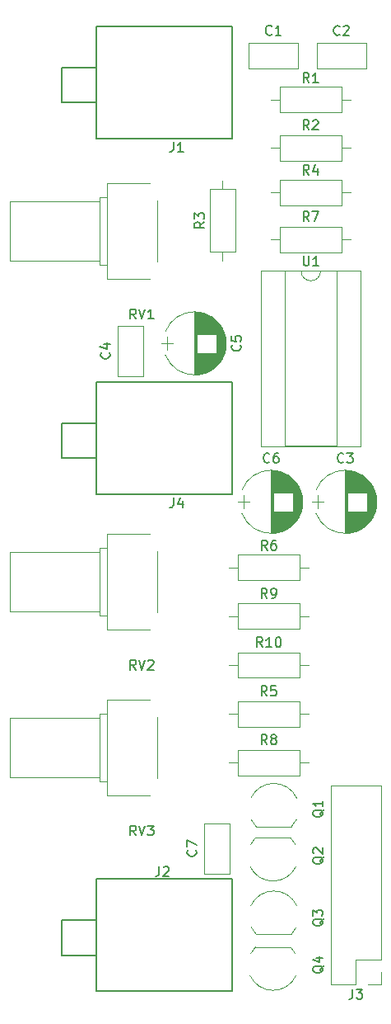
<source format=gbr>
G04 #@! TF.GenerationSoftware,KiCad,Pcbnew,9.0.0*
G04 #@! TF.CreationDate,2025-02-23T16:05:49-07:00*
G04 #@! TF.ProjectId,Notch_Filter_THT,4e6f7463-685f-4466-996c-7465725f5448,rev?*
G04 #@! TF.SameCoordinates,Original*
G04 #@! TF.FileFunction,Legend,Top*
G04 #@! TF.FilePolarity,Positive*
%FSLAX46Y46*%
G04 Gerber Fmt 4.6, Leading zero omitted, Abs format (unit mm)*
G04 Created by KiCad (PCBNEW 9.0.0) date 2025-02-23 16:05:49*
%MOMM*%
%LPD*%
G01*
G04 APERTURE LIST*
%ADD10C,0.150000*%
%ADD11C,0.120000*%
G04 APERTURE END LIST*
D10*
X7985166Y-12368319D02*
X7985166Y-13082604D01*
X7985166Y-13082604D02*
X7937547Y-13225461D01*
X7937547Y-13225461D02*
X7842309Y-13320700D01*
X7842309Y-13320700D02*
X7699452Y-13368319D01*
X7699452Y-13368319D02*
X7604214Y-13368319D01*
X8985166Y-13368319D02*
X8413738Y-13368319D01*
X8699452Y-13368319D02*
X8699452Y-12368319D01*
X8699452Y-12368319D02*
X8604214Y-12511176D01*
X8604214Y-12511176D02*
X8508976Y-12606414D01*
X8508976Y-12606414D02*
X8413738Y-12654033D01*
X6504346Y-86698739D02*
X6504346Y-87413024D01*
X6504346Y-87413024D02*
X6456727Y-87555881D01*
X6456727Y-87555881D02*
X6361489Y-87651120D01*
X6361489Y-87651120D02*
X6218632Y-87698739D01*
X6218632Y-87698739D02*
X6123394Y-87698739D01*
X6932918Y-86793977D02*
X6980537Y-86746358D01*
X6980537Y-86746358D02*
X7075775Y-86698739D01*
X7075775Y-86698739D02*
X7313870Y-86698739D01*
X7313870Y-86698739D02*
X7409108Y-86746358D01*
X7409108Y-86746358D02*
X7456727Y-86793977D01*
X7456727Y-86793977D02*
X7504346Y-86889215D01*
X7504346Y-86889215D02*
X7504346Y-86984453D01*
X7504346Y-86984453D02*
X7456727Y-87127310D01*
X7456727Y-87127310D02*
X6885299Y-87698739D01*
X6885299Y-87698739D02*
X7504346Y-87698739D01*
X26396666Y-99284819D02*
X26396666Y-99999104D01*
X26396666Y-99999104D02*
X26349047Y-100141961D01*
X26349047Y-100141961D02*
X26253809Y-100237200D01*
X26253809Y-100237200D02*
X26110952Y-100284819D01*
X26110952Y-100284819D02*
X26015714Y-100284819D01*
X26777619Y-99284819D02*
X27396666Y-99284819D01*
X27396666Y-99284819D02*
X27063333Y-99665771D01*
X27063333Y-99665771D02*
X27206190Y-99665771D01*
X27206190Y-99665771D02*
X27301428Y-99713390D01*
X27301428Y-99713390D02*
X27349047Y-99761009D01*
X27349047Y-99761009D02*
X27396666Y-99856247D01*
X27396666Y-99856247D02*
X27396666Y-100094342D01*
X27396666Y-100094342D02*
X27349047Y-100189580D01*
X27349047Y-100189580D02*
X27301428Y-100237200D01*
X27301428Y-100237200D02*
X27206190Y-100284819D01*
X27206190Y-100284819D02*
X26920476Y-100284819D01*
X26920476Y-100284819D02*
X26825238Y-100237200D01*
X26825238Y-100237200D02*
X26777619Y-100189580D01*
X7985166Y-48868319D02*
X7985166Y-49582604D01*
X7985166Y-49582604D02*
X7937547Y-49725461D01*
X7937547Y-49725461D02*
X7842309Y-49820700D01*
X7842309Y-49820700D02*
X7699452Y-49868319D01*
X7699452Y-49868319D02*
X7604214Y-49868319D01*
X8889928Y-49201652D02*
X8889928Y-49868319D01*
X8651833Y-48820700D02*
X8413738Y-49534985D01*
X8413738Y-49534985D02*
X9032785Y-49534985D01*
X23410057Y-80867238D02*
X23362438Y-80962476D01*
X23362438Y-80962476D02*
X23267200Y-81057714D01*
X23267200Y-81057714D02*
X23124342Y-81200571D01*
X23124342Y-81200571D02*
X23076723Y-81295809D01*
X23076723Y-81295809D02*
X23076723Y-81391047D01*
X23314819Y-81343428D02*
X23267200Y-81438666D01*
X23267200Y-81438666D02*
X23171961Y-81533904D01*
X23171961Y-81533904D02*
X22981485Y-81581523D01*
X22981485Y-81581523D02*
X22648152Y-81581523D01*
X22648152Y-81581523D02*
X22457676Y-81533904D01*
X22457676Y-81533904D02*
X22362438Y-81438666D01*
X22362438Y-81438666D02*
X22314819Y-81343428D01*
X22314819Y-81343428D02*
X22314819Y-81152952D01*
X22314819Y-81152952D02*
X22362438Y-81057714D01*
X22362438Y-81057714D02*
X22457676Y-80962476D01*
X22457676Y-80962476D02*
X22648152Y-80914857D01*
X22648152Y-80914857D02*
X22981485Y-80914857D01*
X22981485Y-80914857D02*
X23171961Y-80962476D01*
X23171961Y-80962476D02*
X23267200Y-81057714D01*
X23267200Y-81057714D02*
X23314819Y-81152952D01*
X23314819Y-81152952D02*
X23314819Y-81343428D01*
X23314819Y-79962476D02*
X23314819Y-80533904D01*
X23314819Y-80248190D02*
X22314819Y-80248190D01*
X22314819Y-80248190D02*
X22457676Y-80343428D01*
X22457676Y-80343428D02*
X22552914Y-80438666D01*
X22552914Y-80438666D02*
X22600533Y-80533904D01*
X23410057Y-85687238D02*
X23362438Y-85782476D01*
X23362438Y-85782476D02*
X23267200Y-85877714D01*
X23267200Y-85877714D02*
X23124342Y-86020571D01*
X23124342Y-86020571D02*
X23076723Y-86115809D01*
X23076723Y-86115809D02*
X23076723Y-86211047D01*
X23314819Y-86163428D02*
X23267200Y-86258666D01*
X23267200Y-86258666D02*
X23171961Y-86353904D01*
X23171961Y-86353904D02*
X22981485Y-86401523D01*
X22981485Y-86401523D02*
X22648152Y-86401523D01*
X22648152Y-86401523D02*
X22457676Y-86353904D01*
X22457676Y-86353904D02*
X22362438Y-86258666D01*
X22362438Y-86258666D02*
X22314819Y-86163428D01*
X22314819Y-86163428D02*
X22314819Y-85972952D01*
X22314819Y-85972952D02*
X22362438Y-85877714D01*
X22362438Y-85877714D02*
X22457676Y-85782476D01*
X22457676Y-85782476D02*
X22648152Y-85734857D01*
X22648152Y-85734857D02*
X22981485Y-85734857D01*
X22981485Y-85734857D02*
X23171961Y-85782476D01*
X23171961Y-85782476D02*
X23267200Y-85877714D01*
X23267200Y-85877714D02*
X23314819Y-85972952D01*
X23314819Y-85972952D02*
X23314819Y-86163428D01*
X22410057Y-85353904D02*
X22362438Y-85306285D01*
X22362438Y-85306285D02*
X22314819Y-85211047D01*
X22314819Y-85211047D02*
X22314819Y-84972952D01*
X22314819Y-84972952D02*
X22362438Y-84877714D01*
X22362438Y-84877714D02*
X22410057Y-84830095D01*
X22410057Y-84830095D02*
X22505295Y-84782476D01*
X22505295Y-84782476D02*
X22600533Y-84782476D01*
X22600533Y-84782476D02*
X22743390Y-84830095D01*
X22743390Y-84830095D02*
X23314819Y-85401523D01*
X23314819Y-85401523D02*
X23314819Y-84782476D01*
X23410057Y-92043238D02*
X23362438Y-92138476D01*
X23362438Y-92138476D02*
X23267200Y-92233714D01*
X23267200Y-92233714D02*
X23124342Y-92376571D01*
X23124342Y-92376571D02*
X23076723Y-92471809D01*
X23076723Y-92471809D02*
X23076723Y-92567047D01*
X23314819Y-92519428D02*
X23267200Y-92614666D01*
X23267200Y-92614666D02*
X23171961Y-92709904D01*
X23171961Y-92709904D02*
X22981485Y-92757523D01*
X22981485Y-92757523D02*
X22648152Y-92757523D01*
X22648152Y-92757523D02*
X22457676Y-92709904D01*
X22457676Y-92709904D02*
X22362438Y-92614666D01*
X22362438Y-92614666D02*
X22314819Y-92519428D01*
X22314819Y-92519428D02*
X22314819Y-92328952D01*
X22314819Y-92328952D02*
X22362438Y-92233714D01*
X22362438Y-92233714D02*
X22457676Y-92138476D01*
X22457676Y-92138476D02*
X22648152Y-92090857D01*
X22648152Y-92090857D02*
X22981485Y-92090857D01*
X22981485Y-92090857D02*
X23171961Y-92138476D01*
X23171961Y-92138476D02*
X23267200Y-92233714D01*
X23267200Y-92233714D02*
X23314819Y-92328952D01*
X23314819Y-92328952D02*
X23314819Y-92519428D01*
X22314819Y-91757523D02*
X22314819Y-91138476D01*
X22314819Y-91138476D02*
X22695771Y-91471809D01*
X22695771Y-91471809D02*
X22695771Y-91328952D01*
X22695771Y-91328952D02*
X22743390Y-91233714D01*
X22743390Y-91233714D02*
X22791009Y-91186095D01*
X22791009Y-91186095D02*
X22886247Y-91138476D01*
X22886247Y-91138476D02*
X23124342Y-91138476D01*
X23124342Y-91138476D02*
X23219580Y-91186095D01*
X23219580Y-91186095D02*
X23267200Y-91233714D01*
X23267200Y-91233714D02*
X23314819Y-91328952D01*
X23314819Y-91328952D02*
X23314819Y-91614666D01*
X23314819Y-91614666D02*
X23267200Y-91709904D01*
X23267200Y-91709904D02*
X23219580Y-91757523D01*
X23410057Y-96869238D02*
X23362438Y-96964476D01*
X23362438Y-96964476D02*
X23267200Y-97059714D01*
X23267200Y-97059714D02*
X23124342Y-97202571D01*
X23124342Y-97202571D02*
X23076723Y-97297809D01*
X23076723Y-97297809D02*
X23076723Y-97393047D01*
X23314819Y-97345428D02*
X23267200Y-97440666D01*
X23267200Y-97440666D02*
X23171961Y-97535904D01*
X23171961Y-97535904D02*
X22981485Y-97583523D01*
X22981485Y-97583523D02*
X22648152Y-97583523D01*
X22648152Y-97583523D02*
X22457676Y-97535904D01*
X22457676Y-97535904D02*
X22362438Y-97440666D01*
X22362438Y-97440666D02*
X22314819Y-97345428D01*
X22314819Y-97345428D02*
X22314819Y-97154952D01*
X22314819Y-97154952D02*
X22362438Y-97059714D01*
X22362438Y-97059714D02*
X22457676Y-96964476D01*
X22457676Y-96964476D02*
X22648152Y-96916857D01*
X22648152Y-96916857D02*
X22981485Y-96916857D01*
X22981485Y-96916857D02*
X23171961Y-96964476D01*
X23171961Y-96964476D02*
X23267200Y-97059714D01*
X23267200Y-97059714D02*
X23314819Y-97154952D01*
X23314819Y-97154952D02*
X23314819Y-97345428D01*
X22648152Y-96059714D02*
X23314819Y-96059714D01*
X22267200Y-96297809D02*
X22981485Y-96535904D01*
X22981485Y-96535904D02*
X22981485Y-95916857D01*
X18078573Y-1296720D02*
X18030954Y-1344340D01*
X18030954Y-1344340D02*
X17888097Y-1391959D01*
X17888097Y-1391959D02*
X17792859Y-1391959D01*
X17792859Y-1391959D02*
X17650002Y-1344340D01*
X17650002Y-1344340D02*
X17554764Y-1249101D01*
X17554764Y-1249101D02*
X17507145Y-1153863D01*
X17507145Y-1153863D02*
X17459526Y-963387D01*
X17459526Y-963387D02*
X17459526Y-820530D01*
X17459526Y-820530D02*
X17507145Y-630054D01*
X17507145Y-630054D02*
X17554764Y-534816D01*
X17554764Y-534816D02*
X17650002Y-439578D01*
X17650002Y-439578D02*
X17792859Y-391959D01*
X17792859Y-391959D02*
X17888097Y-391959D01*
X17888097Y-391959D02*
X18030954Y-439578D01*
X18030954Y-439578D02*
X18078573Y-487197D01*
X19030954Y-1391959D02*
X18459526Y-1391959D01*
X18745240Y-1391959D02*
X18745240Y-391959D01*
X18745240Y-391959D02*
X18650002Y-534816D01*
X18650002Y-534816D02*
X18554764Y-630054D01*
X18554764Y-630054D02*
X18459526Y-677673D01*
X25063333Y-1319580D02*
X25015714Y-1367200D01*
X25015714Y-1367200D02*
X24872857Y-1414819D01*
X24872857Y-1414819D02*
X24777619Y-1414819D01*
X24777619Y-1414819D02*
X24634762Y-1367200D01*
X24634762Y-1367200D02*
X24539524Y-1271961D01*
X24539524Y-1271961D02*
X24491905Y-1176723D01*
X24491905Y-1176723D02*
X24444286Y-986247D01*
X24444286Y-986247D02*
X24444286Y-843390D01*
X24444286Y-843390D02*
X24491905Y-652914D01*
X24491905Y-652914D02*
X24539524Y-557676D01*
X24539524Y-557676D02*
X24634762Y-462438D01*
X24634762Y-462438D02*
X24777619Y-414819D01*
X24777619Y-414819D02*
X24872857Y-414819D01*
X24872857Y-414819D02*
X25015714Y-462438D01*
X25015714Y-462438D02*
X25063333Y-510057D01*
X25444286Y-510057D02*
X25491905Y-462438D01*
X25491905Y-462438D02*
X25587143Y-414819D01*
X25587143Y-414819D02*
X25825238Y-414819D01*
X25825238Y-414819D02*
X25920476Y-462438D01*
X25920476Y-462438D02*
X25968095Y-510057D01*
X25968095Y-510057D02*
X26015714Y-605295D01*
X26015714Y-605295D02*
X26015714Y-700533D01*
X26015714Y-700533D02*
X25968095Y-843390D01*
X25968095Y-843390D02*
X25396667Y-1414819D01*
X25396667Y-1414819D02*
X26015714Y-1414819D01*
X25467333Y-45175580D02*
X25419714Y-45223200D01*
X25419714Y-45223200D02*
X25276857Y-45270819D01*
X25276857Y-45270819D02*
X25181619Y-45270819D01*
X25181619Y-45270819D02*
X25038762Y-45223200D01*
X25038762Y-45223200D02*
X24943524Y-45127961D01*
X24943524Y-45127961D02*
X24895905Y-45032723D01*
X24895905Y-45032723D02*
X24848286Y-44842247D01*
X24848286Y-44842247D02*
X24848286Y-44699390D01*
X24848286Y-44699390D02*
X24895905Y-44508914D01*
X24895905Y-44508914D02*
X24943524Y-44413676D01*
X24943524Y-44413676D02*
X25038762Y-44318438D01*
X25038762Y-44318438D02*
X25181619Y-44270819D01*
X25181619Y-44270819D02*
X25276857Y-44270819D01*
X25276857Y-44270819D02*
X25419714Y-44318438D01*
X25419714Y-44318438D02*
X25467333Y-44366057D01*
X25800667Y-44270819D02*
X26419714Y-44270819D01*
X26419714Y-44270819D02*
X26086381Y-44651771D01*
X26086381Y-44651771D02*
X26229238Y-44651771D01*
X26229238Y-44651771D02*
X26324476Y-44699390D01*
X26324476Y-44699390D02*
X26372095Y-44747009D01*
X26372095Y-44747009D02*
X26419714Y-44842247D01*
X26419714Y-44842247D02*
X26419714Y-45080342D01*
X26419714Y-45080342D02*
X26372095Y-45175580D01*
X26372095Y-45175580D02*
X26324476Y-45223200D01*
X26324476Y-45223200D02*
X26229238Y-45270819D01*
X26229238Y-45270819D02*
X25943524Y-45270819D01*
X25943524Y-45270819D02*
X25848286Y-45223200D01*
X25848286Y-45223200D02*
X25800667Y-45175580D01*
X14837580Y-33186666D02*
X14885200Y-33234285D01*
X14885200Y-33234285D02*
X14932819Y-33377142D01*
X14932819Y-33377142D02*
X14932819Y-33472380D01*
X14932819Y-33472380D02*
X14885200Y-33615237D01*
X14885200Y-33615237D02*
X14789961Y-33710475D01*
X14789961Y-33710475D02*
X14694723Y-33758094D01*
X14694723Y-33758094D02*
X14504247Y-33805713D01*
X14504247Y-33805713D02*
X14361390Y-33805713D01*
X14361390Y-33805713D02*
X14170914Y-33758094D01*
X14170914Y-33758094D02*
X14075676Y-33710475D01*
X14075676Y-33710475D02*
X13980438Y-33615237D01*
X13980438Y-33615237D02*
X13932819Y-33472380D01*
X13932819Y-33472380D02*
X13932819Y-33377142D01*
X13932819Y-33377142D02*
X13980438Y-33234285D01*
X13980438Y-33234285D02*
X14028057Y-33186666D01*
X13932819Y-32281904D02*
X13932819Y-32758094D01*
X13932819Y-32758094D02*
X14409009Y-32805713D01*
X14409009Y-32805713D02*
X14361390Y-32758094D01*
X14361390Y-32758094D02*
X14313771Y-32662856D01*
X14313771Y-32662856D02*
X14313771Y-32424761D01*
X14313771Y-32424761D02*
X14361390Y-32329523D01*
X14361390Y-32329523D02*
X14409009Y-32281904D01*
X14409009Y-32281904D02*
X14504247Y-32234285D01*
X14504247Y-32234285D02*
X14742342Y-32234285D01*
X14742342Y-32234285D02*
X14837580Y-32281904D01*
X14837580Y-32281904D02*
X14885200Y-32329523D01*
X14885200Y-32329523D02*
X14932819Y-32424761D01*
X14932819Y-32424761D02*
X14932819Y-32662856D01*
X14932819Y-32662856D02*
X14885200Y-32758094D01*
X14885200Y-32758094D02*
X14837580Y-32805713D01*
X17847333Y-45175580D02*
X17799714Y-45223200D01*
X17799714Y-45223200D02*
X17656857Y-45270819D01*
X17656857Y-45270819D02*
X17561619Y-45270819D01*
X17561619Y-45270819D02*
X17418762Y-45223200D01*
X17418762Y-45223200D02*
X17323524Y-45127961D01*
X17323524Y-45127961D02*
X17275905Y-45032723D01*
X17275905Y-45032723D02*
X17228286Y-44842247D01*
X17228286Y-44842247D02*
X17228286Y-44699390D01*
X17228286Y-44699390D02*
X17275905Y-44508914D01*
X17275905Y-44508914D02*
X17323524Y-44413676D01*
X17323524Y-44413676D02*
X17418762Y-44318438D01*
X17418762Y-44318438D02*
X17561619Y-44270819D01*
X17561619Y-44270819D02*
X17656857Y-44270819D01*
X17656857Y-44270819D02*
X17799714Y-44318438D01*
X17799714Y-44318438D02*
X17847333Y-44366057D01*
X18704476Y-44270819D02*
X18514000Y-44270819D01*
X18514000Y-44270819D02*
X18418762Y-44318438D01*
X18418762Y-44318438D02*
X18371143Y-44366057D01*
X18371143Y-44366057D02*
X18275905Y-44508914D01*
X18275905Y-44508914D02*
X18228286Y-44699390D01*
X18228286Y-44699390D02*
X18228286Y-45080342D01*
X18228286Y-45080342D02*
X18275905Y-45175580D01*
X18275905Y-45175580D02*
X18323524Y-45223200D01*
X18323524Y-45223200D02*
X18418762Y-45270819D01*
X18418762Y-45270819D02*
X18609238Y-45270819D01*
X18609238Y-45270819D02*
X18704476Y-45223200D01*
X18704476Y-45223200D02*
X18752095Y-45175580D01*
X18752095Y-45175580D02*
X18799714Y-45080342D01*
X18799714Y-45080342D02*
X18799714Y-44842247D01*
X18799714Y-44842247D02*
X18752095Y-44747009D01*
X18752095Y-44747009D02*
X18704476Y-44699390D01*
X18704476Y-44699390D02*
X18609238Y-44651771D01*
X18609238Y-44651771D02*
X18418762Y-44651771D01*
X18418762Y-44651771D02*
X18323524Y-44699390D01*
X18323524Y-44699390D02*
X18275905Y-44747009D01*
X18275905Y-44747009D02*
X18228286Y-44842247D01*
X10245580Y-85022666D02*
X10293200Y-85070285D01*
X10293200Y-85070285D02*
X10340819Y-85213142D01*
X10340819Y-85213142D02*
X10340819Y-85308380D01*
X10340819Y-85308380D02*
X10293200Y-85451237D01*
X10293200Y-85451237D02*
X10197961Y-85546475D01*
X10197961Y-85546475D02*
X10102723Y-85594094D01*
X10102723Y-85594094D02*
X9912247Y-85641713D01*
X9912247Y-85641713D02*
X9769390Y-85641713D01*
X9769390Y-85641713D02*
X9578914Y-85594094D01*
X9578914Y-85594094D02*
X9483676Y-85546475D01*
X9483676Y-85546475D02*
X9388438Y-85451237D01*
X9388438Y-85451237D02*
X9340819Y-85308380D01*
X9340819Y-85308380D02*
X9340819Y-85213142D01*
X9340819Y-85213142D02*
X9388438Y-85070285D01*
X9388438Y-85070285D02*
X9436057Y-85022666D01*
X9340819Y-84689332D02*
X9340819Y-84022666D01*
X9340819Y-84022666D02*
X10340819Y-84451237D01*
X21913333Y-6253639D02*
X21580000Y-5777448D01*
X21341905Y-6253639D02*
X21341905Y-5253639D01*
X21341905Y-5253639D02*
X21722857Y-5253639D01*
X21722857Y-5253639D02*
X21818095Y-5301258D01*
X21818095Y-5301258D02*
X21865714Y-5348877D01*
X21865714Y-5348877D02*
X21913333Y-5444115D01*
X21913333Y-5444115D02*
X21913333Y-5586972D01*
X21913333Y-5586972D02*
X21865714Y-5682210D01*
X21865714Y-5682210D02*
X21818095Y-5729829D01*
X21818095Y-5729829D02*
X21722857Y-5777448D01*
X21722857Y-5777448D02*
X21341905Y-5777448D01*
X22865714Y-6253639D02*
X22294286Y-6253639D01*
X22580000Y-6253639D02*
X22580000Y-5253639D01*
X22580000Y-5253639D02*
X22484762Y-5396496D01*
X22484762Y-5396496D02*
X22389524Y-5491734D01*
X22389524Y-5491734D02*
X22294286Y-5539353D01*
X21913333Y-11098819D02*
X21580000Y-10622628D01*
X21341905Y-11098819D02*
X21341905Y-10098819D01*
X21341905Y-10098819D02*
X21722857Y-10098819D01*
X21722857Y-10098819D02*
X21818095Y-10146438D01*
X21818095Y-10146438D02*
X21865714Y-10194057D01*
X21865714Y-10194057D02*
X21913333Y-10289295D01*
X21913333Y-10289295D02*
X21913333Y-10432152D01*
X21913333Y-10432152D02*
X21865714Y-10527390D01*
X21865714Y-10527390D02*
X21818095Y-10575009D01*
X21818095Y-10575009D02*
X21722857Y-10622628D01*
X21722857Y-10622628D02*
X21341905Y-10622628D01*
X22294286Y-10194057D02*
X22341905Y-10146438D01*
X22341905Y-10146438D02*
X22437143Y-10098819D01*
X22437143Y-10098819D02*
X22675238Y-10098819D01*
X22675238Y-10098819D02*
X22770476Y-10146438D01*
X22770476Y-10146438D02*
X22818095Y-10194057D01*
X22818095Y-10194057D02*
X22865714Y-10289295D01*
X22865714Y-10289295D02*
X22865714Y-10384533D01*
X22865714Y-10384533D02*
X22818095Y-10527390D01*
X22818095Y-10527390D02*
X22246667Y-11098819D01*
X22246667Y-11098819D02*
X22865714Y-11098819D01*
X11144819Y-20586666D02*
X10668628Y-20919999D01*
X11144819Y-21158094D02*
X10144819Y-21158094D01*
X10144819Y-21158094D02*
X10144819Y-20777142D01*
X10144819Y-20777142D02*
X10192438Y-20681904D01*
X10192438Y-20681904D02*
X10240057Y-20634285D01*
X10240057Y-20634285D02*
X10335295Y-20586666D01*
X10335295Y-20586666D02*
X10478152Y-20586666D01*
X10478152Y-20586666D02*
X10573390Y-20634285D01*
X10573390Y-20634285D02*
X10621009Y-20681904D01*
X10621009Y-20681904D02*
X10668628Y-20777142D01*
X10668628Y-20777142D02*
X10668628Y-21158094D01*
X10144819Y-20253332D02*
X10144819Y-19634285D01*
X10144819Y-19634285D02*
X10525771Y-19967618D01*
X10525771Y-19967618D02*
X10525771Y-19824761D01*
X10525771Y-19824761D02*
X10573390Y-19729523D01*
X10573390Y-19729523D02*
X10621009Y-19681904D01*
X10621009Y-19681904D02*
X10716247Y-19634285D01*
X10716247Y-19634285D02*
X10954342Y-19634285D01*
X10954342Y-19634285D02*
X11049580Y-19681904D01*
X11049580Y-19681904D02*
X11097200Y-19729523D01*
X11097200Y-19729523D02*
X11144819Y-19824761D01*
X11144819Y-19824761D02*
X11144819Y-20110475D01*
X11144819Y-20110475D02*
X11097200Y-20205713D01*
X11097200Y-20205713D02*
X11049580Y-20253332D01*
X21905933Y-15709759D02*
X21572600Y-15233568D01*
X21334505Y-15709759D02*
X21334505Y-14709759D01*
X21334505Y-14709759D02*
X21715457Y-14709759D01*
X21715457Y-14709759D02*
X21810695Y-14757378D01*
X21810695Y-14757378D02*
X21858314Y-14804997D01*
X21858314Y-14804997D02*
X21905933Y-14900235D01*
X21905933Y-14900235D02*
X21905933Y-15043092D01*
X21905933Y-15043092D02*
X21858314Y-15138330D01*
X21858314Y-15138330D02*
X21810695Y-15185949D01*
X21810695Y-15185949D02*
X21715457Y-15233568D01*
X21715457Y-15233568D02*
X21334505Y-15233568D01*
X22763076Y-15043092D02*
X22763076Y-15709759D01*
X22524981Y-14662140D02*
X22286886Y-15376425D01*
X22286886Y-15376425D02*
X22905933Y-15376425D01*
X17590253Y-69175959D02*
X17256920Y-68699768D01*
X17018825Y-69175959D02*
X17018825Y-68175959D01*
X17018825Y-68175959D02*
X17399777Y-68175959D01*
X17399777Y-68175959D02*
X17495015Y-68223578D01*
X17495015Y-68223578D02*
X17542634Y-68271197D01*
X17542634Y-68271197D02*
X17590253Y-68366435D01*
X17590253Y-68366435D02*
X17590253Y-68509292D01*
X17590253Y-68509292D02*
X17542634Y-68604530D01*
X17542634Y-68604530D02*
X17495015Y-68652149D01*
X17495015Y-68652149D02*
X17399777Y-68699768D01*
X17399777Y-68699768D02*
X17018825Y-68699768D01*
X18495015Y-68175959D02*
X18018825Y-68175959D01*
X18018825Y-68175959D02*
X17971206Y-68652149D01*
X17971206Y-68652149D02*
X18018825Y-68604530D01*
X18018825Y-68604530D02*
X18114063Y-68556911D01*
X18114063Y-68556911D02*
X18352158Y-68556911D01*
X18352158Y-68556911D02*
X18447396Y-68604530D01*
X18447396Y-68604530D02*
X18495015Y-68652149D01*
X18495015Y-68652149D02*
X18542634Y-68747387D01*
X18542634Y-68747387D02*
X18542634Y-68985482D01*
X18542634Y-68985482D02*
X18495015Y-69080720D01*
X18495015Y-69080720D02*
X18447396Y-69128340D01*
X18447396Y-69128340D02*
X18352158Y-69175959D01*
X18352158Y-69175959D02*
X18114063Y-69175959D01*
X18114063Y-69175959D02*
X18018825Y-69128340D01*
X18018825Y-69128340D02*
X17971206Y-69080720D01*
X17597873Y-54239459D02*
X17264540Y-53763268D01*
X17026445Y-54239459D02*
X17026445Y-53239459D01*
X17026445Y-53239459D02*
X17407397Y-53239459D01*
X17407397Y-53239459D02*
X17502635Y-53287078D01*
X17502635Y-53287078D02*
X17550254Y-53334697D01*
X17550254Y-53334697D02*
X17597873Y-53429935D01*
X17597873Y-53429935D02*
X17597873Y-53572792D01*
X17597873Y-53572792D02*
X17550254Y-53668030D01*
X17550254Y-53668030D02*
X17502635Y-53715649D01*
X17502635Y-53715649D02*
X17407397Y-53763268D01*
X17407397Y-53763268D02*
X17026445Y-53763268D01*
X18455016Y-53239459D02*
X18264540Y-53239459D01*
X18264540Y-53239459D02*
X18169302Y-53287078D01*
X18169302Y-53287078D02*
X18121683Y-53334697D01*
X18121683Y-53334697D02*
X18026445Y-53477554D01*
X18026445Y-53477554D02*
X17978826Y-53668030D01*
X17978826Y-53668030D02*
X17978826Y-54048982D01*
X17978826Y-54048982D02*
X18026445Y-54144220D01*
X18026445Y-54144220D02*
X18074064Y-54191840D01*
X18074064Y-54191840D02*
X18169302Y-54239459D01*
X18169302Y-54239459D02*
X18359778Y-54239459D01*
X18359778Y-54239459D02*
X18455016Y-54191840D01*
X18455016Y-54191840D02*
X18502635Y-54144220D01*
X18502635Y-54144220D02*
X18550254Y-54048982D01*
X18550254Y-54048982D02*
X18550254Y-53810887D01*
X18550254Y-53810887D02*
X18502635Y-53715649D01*
X18502635Y-53715649D02*
X18455016Y-53668030D01*
X18455016Y-53668030D02*
X18359778Y-53620411D01*
X18359778Y-53620411D02*
X18169302Y-53620411D01*
X18169302Y-53620411D02*
X18074064Y-53668030D01*
X18074064Y-53668030D02*
X18026445Y-53715649D01*
X18026445Y-53715649D02*
X17978826Y-53810887D01*
X21913333Y-20496819D02*
X21580000Y-20020628D01*
X21341905Y-20496819D02*
X21341905Y-19496819D01*
X21341905Y-19496819D02*
X21722857Y-19496819D01*
X21722857Y-19496819D02*
X21818095Y-19544438D01*
X21818095Y-19544438D02*
X21865714Y-19592057D01*
X21865714Y-19592057D02*
X21913333Y-19687295D01*
X21913333Y-19687295D02*
X21913333Y-19830152D01*
X21913333Y-19830152D02*
X21865714Y-19925390D01*
X21865714Y-19925390D02*
X21818095Y-19973009D01*
X21818095Y-19973009D02*
X21722857Y-20020628D01*
X21722857Y-20020628D02*
X21341905Y-20020628D01*
X22246667Y-19496819D02*
X22913333Y-19496819D01*
X22913333Y-19496819D02*
X22484762Y-20496819D01*
X17595333Y-74174819D02*
X17262000Y-73698628D01*
X17023905Y-74174819D02*
X17023905Y-73174819D01*
X17023905Y-73174819D02*
X17404857Y-73174819D01*
X17404857Y-73174819D02*
X17500095Y-73222438D01*
X17500095Y-73222438D02*
X17547714Y-73270057D01*
X17547714Y-73270057D02*
X17595333Y-73365295D01*
X17595333Y-73365295D02*
X17595333Y-73508152D01*
X17595333Y-73508152D02*
X17547714Y-73603390D01*
X17547714Y-73603390D02*
X17500095Y-73651009D01*
X17500095Y-73651009D02*
X17404857Y-73698628D01*
X17404857Y-73698628D02*
X17023905Y-73698628D01*
X18166762Y-73603390D02*
X18071524Y-73555771D01*
X18071524Y-73555771D02*
X18023905Y-73508152D01*
X18023905Y-73508152D02*
X17976286Y-73412914D01*
X17976286Y-73412914D02*
X17976286Y-73365295D01*
X17976286Y-73365295D02*
X18023905Y-73270057D01*
X18023905Y-73270057D02*
X18071524Y-73222438D01*
X18071524Y-73222438D02*
X18166762Y-73174819D01*
X18166762Y-73174819D02*
X18357238Y-73174819D01*
X18357238Y-73174819D02*
X18452476Y-73222438D01*
X18452476Y-73222438D02*
X18500095Y-73270057D01*
X18500095Y-73270057D02*
X18547714Y-73365295D01*
X18547714Y-73365295D02*
X18547714Y-73412914D01*
X18547714Y-73412914D02*
X18500095Y-73508152D01*
X18500095Y-73508152D02*
X18452476Y-73555771D01*
X18452476Y-73555771D02*
X18357238Y-73603390D01*
X18357238Y-73603390D02*
X18166762Y-73603390D01*
X18166762Y-73603390D02*
X18071524Y-73651009D01*
X18071524Y-73651009D02*
X18023905Y-73698628D01*
X18023905Y-73698628D02*
X17976286Y-73793866D01*
X17976286Y-73793866D02*
X17976286Y-73984342D01*
X17976286Y-73984342D02*
X18023905Y-74079580D01*
X18023905Y-74079580D02*
X18071524Y-74127200D01*
X18071524Y-74127200D02*
X18166762Y-74174819D01*
X18166762Y-74174819D02*
X18357238Y-74174819D01*
X18357238Y-74174819D02*
X18452476Y-74127200D01*
X18452476Y-74127200D02*
X18500095Y-74079580D01*
X18500095Y-74079580D02*
X18547714Y-73984342D01*
X18547714Y-73984342D02*
X18547714Y-73793866D01*
X18547714Y-73793866D02*
X18500095Y-73698628D01*
X18500095Y-73698628D02*
X18452476Y-73651009D01*
X18452476Y-73651009D02*
X18357238Y-73603390D01*
X17595333Y-59174819D02*
X17262000Y-58698628D01*
X17023905Y-59174819D02*
X17023905Y-58174819D01*
X17023905Y-58174819D02*
X17404857Y-58174819D01*
X17404857Y-58174819D02*
X17500095Y-58222438D01*
X17500095Y-58222438D02*
X17547714Y-58270057D01*
X17547714Y-58270057D02*
X17595333Y-58365295D01*
X17595333Y-58365295D02*
X17595333Y-58508152D01*
X17595333Y-58508152D02*
X17547714Y-58603390D01*
X17547714Y-58603390D02*
X17500095Y-58651009D01*
X17500095Y-58651009D02*
X17404857Y-58698628D01*
X17404857Y-58698628D02*
X17023905Y-58698628D01*
X18071524Y-59174819D02*
X18262000Y-59174819D01*
X18262000Y-59174819D02*
X18357238Y-59127200D01*
X18357238Y-59127200D02*
X18404857Y-59079580D01*
X18404857Y-59079580D02*
X18500095Y-58936723D01*
X18500095Y-58936723D02*
X18547714Y-58746247D01*
X18547714Y-58746247D02*
X18547714Y-58365295D01*
X18547714Y-58365295D02*
X18500095Y-58270057D01*
X18500095Y-58270057D02*
X18452476Y-58222438D01*
X18452476Y-58222438D02*
X18357238Y-58174819D01*
X18357238Y-58174819D02*
X18166762Y-58174819D01*
X18166762Y-58174819D02*
X18071524Y-58222438D01*
X18071524Y-58222438D02*
X18023905Y-58270057D01*
X18023905Y-58270057D02*
X17976286Y-58365295D01*
X17976286Y-58365295D02*
X17976286Y-58603390D01*
X17976286Y-58603390D02*
X18023905Y-58698628D01*
X18023905Y-58698628D02*
X18071524Y-58746247D01*
X18071524Y-58746247D02*
X18166762Y-58793866D01*
X18166762Y-58793866D02*
X18357238Y-58793866D01*
X18357238Y-58793866D02*
X18452476Y-58746247D01*
X18452476Y-58746247D02*
X18500095Y-58698628D01*
X18500095Y-58698628D02*
X18547714Y-58603390D01*
X17119142Y-64174819D02*
X16785809Y-63698628D01*
X16547714Y-64174819D02*
X16547714Y-63174819D01*
X16547714Y-63174819D02*
X16928666Y-63174819D01*
X16928666Y-63174819D02*
X17023904Y-63222438D01*
X17023904Y-63222438D02*
X17071523Y-63270057D01*
X17071523Y-63270057D02*
X17119142Y-63365295D01*
X17119142Y-63365295D02*
X17119142Y-63508152D01*
X17119142Y-63508152D02*
X17071523Y-63603390D01*
X17071523Y-63603390D02*
X17023904Y-63651009D01*
X17023904Y-63651009D02*
X16928666Y-63698628D01*
X16928666Y-63698628D02*
X16547714Y-63698628D01*
X18071523Y-64174819D02*
X17500095Y-64174819D01*
X17785809Y-64174819D02*
X17785809Y-63174819D01*
X17785809Y-63174819D02*
X17690571Y-63317676D01*
X17690571Y-63317676D02*
X17595333Y-63412914D01*
X17595333Y-63412914D02*
X17500095Y-63460533D01*
X18690571Y-63174819D02*
X18785809Y-63174819D01*
X18785809Y-63174819D02*
X18881047Y-63222438D01*
X18881047Y-63222438D02*
X18928666Y-63270057D01*
X18928666Y-63270057D02*
X18976285Y-63365295D01*
X18976285Y-63365295D02*
X19023904Y-63555771D01*
X19023904Y-63555771D02*
X19023904Y-63793866D01*
X19023904Y-63793866D02*
X18976285Y-63984342D01*
X18976285Y-63984342D02*
X18928666Y-64079580D01*
X18928666Y-64079580D02*
X18881047Y-64127200D01*
X18881047Y-64127200D02*
X18785809Y-64174819D01*
X18785809Y-64174819D02*
X18690571Y-64174819D01*
X18690571Y-64174819D02*
X18595333Y-64127200D01*
X18595333Y-64127200D02*
X18547714Y-64079580D01*
X18547714Y-64079580D02*
X18500095Y-63984342D01*
X18500095Y-63984342D02*
X18452476Y-63793866D01*
X18452476Y-63793866D02*
X18452476Y-63555771D01*
X18452476Y-63555771D02*
X18500095Y-63365295D01*
X18500095Y-63365295D02*
X18547714Y-63270057D01*
X18547714Y-63270057D02*
X18595333Y-63222438D01*
X18595333Y-63222438D02*
X18690571Y-63174819D01*
X4104761Y-30504819D02*
X3771428Y-30028628D01*
X3533333Y-30504819D02*
X3533333Y-29504819D01*
X3533333Y-29504819D02*
X3914285Y-29504819D01*
X3914285Y-29504819D02*
X4009523Y-29552438D01*
X4009523Y-29552438D02*
X4057142Y-29600057D01*
X4057142Y-29600057D02*
X4104761Y-29695295D01*
X4104761Y-29695295D02*
X4104761Y-29838152D01*
X4104761Y-29838152D02*
X4057142Y-29933390D01*
X4057142Y-29933390D02*
X4009523Y-29981009D01*
X4009523Y-29981009D02*
X3914285Y-30028628D01*
X3914285Y-30028628D02*
X3533333Y-30028628D01*
X4390476Y-29504819D02*
X4723809Y-30504819D01*
X4723809Y-30504819D02*
X5057142Y-29504819D01*
X5914285Y-30504819D02*
X5342857Y-30504819D01*
X5628571Y-30504819D02*
X5628571Y-29504819D01*
X5628571Y-29504819D02*
X5533333Y-29647676D01*
X5533333Y-29647676D02*
X5438095Y-29742914D01*
X5438095Y-29742914D02*
X5342857Y-29790533D01*
X4104761Y-66504819D02*
X3771428Y-66028628D01*
X3533333Y-66504819D02*
X3533333Y-65504819D01*
X3533333Y-65504819D02*
X3914285Y-65504819D01*
X3914285Y-65504819D02*
X4009523Y-65552438D01*
X4009523Y-65552438D02*
X4057142Y-65600057D01*
X4057142Y-65600057D02*
X4104761Y-65695295D01*
X4104761Y-65695295D02*
X4104761Y-65838152D01*
X4104761Y-65838152D02*
X4057142Y-65933390D01*
X4057142Y-65933390D02*
X4009523Y-65981009D01*
X4009523Y-65981009D02*
X3914285Y-66028628D01*
X3914285Y-66028628D02*
X3533333Y-66028628D01*
X4390476Y-65504819D02*
X4723809Y-66504819D01*
X4723809Y-66504819D02*
X5057142Y-65504819D01*
X5342857Y-65600057D02*
X5390476Y-65552438D01*
X5390476Y-65552438D02*
X5485714Y-65504819D01*
X5485714Y-65504819D02*
X5723809Y-65504819D01*
X5723809Y-65504819D02*
X5819047Y-65552438D01*
X5819047Y-65552438D02*
X5866666Y-65600057D01*
X5866666Y-65600057D02*
X5914285Y-65695295D01*
X5914285Y-65695295D02*
X5914285Y-65790533D01*
X5914285Y-65790533D02*
X5866666Y-65933390D01*
X5866666Y-65933390D02*
X5295238Y-66504819D01*
X5295238Y-66504819D02*
X5914285Y-66504819D01*
X4104761Y-83504819D02*
X3771428Y-83028628D01*
X3533333Y-83504819D02*
X3533333Y-82504819D01*
X3533333Y-82504819D02*
X3914285Y-82504819D01*
X3914285Y-82504819D02*
X4009523Y-82552438D01*
X4009523Y-82552438D02*
X4057142Y-82600057D01*
X4057142Y-82600057D02*
X4104761Y-82695295D01*
X4104761Y-82695295D02*
X4104761Y-82838152D01*
X4104761Y-82838152D02*
X4057142Y-82933390D01*
X4057142Y-82933390D02*
X4009523Y-82981009D01*
X4009523Y-82981009D02*
X3914285Y-83028628D01*
X3914285Y-83028628D02*
X3533333Y-83028628D01*
X4390476Y-82504819D02*
X4723809Y-83504819D01*
X4723809Y-83504819D02*
X5057142Y-82504819D01*
X5295238Y-82504819D02*
X5914285Y-82504819D01*
X5914285Y-82504819D02*
X5580952Y-82885771D01*
X5580952Y-82885771D02*
X5723809Y-82885771D01*
X5723809Y-82885771D02*
X5819047Y-82933390D01*
X5819047Y-82933390D02*
X5866666Y-82981009D01*
X5866666Y-82981009D02*
X5914285Y-83076247D01*
X5914285Y-83076247D02*
X5914285Y-83314342D01*
X5914285Y-83314342D02*
X5866666Y-83409580D01*
X5866666Y-83409580D02*
X5819047Y-83457200D01*
X5819047Y-83457200D02*
X5723809Y-83504819D01*
X5723809Y-83504819D02*
X5438095Y-83504819D01*
X5438095Y-83504819D02*
X5342857Y-83457200D01*
X5342857Y-83457200D02*
X5295238Y-83409580D01*
X21336095Y-24048819D02*
X21336095Y-24858342D01*
X21336095Y-24858342D02*
X21383714Y-24953580D01*
X21383714Y-24953580D02*
X21431333Y-25001200D01*
X21431333Y-25001200D02*
X21526571Y-25048819D01*
X21526571Y-25048819D02*
X21717047Y-25048819D01*
X21717047Y-25048819D02*
X21812285Y-25001200D01*
X21812285Y-25001200D02*
X21859904Y-24953580D01*
X21859904Y-24953580D02*
X21907523Y-24858342D01*
X21907523Y-24858342D02*
X21907523Y-24048819D01*
X22907523Y-25048819D02*
X22336095Y-25048819D01*
X22621809Y-25048819D02*
X22621809Y-24048819D01*
X22621809Y-24048819D02*
X22526571Y-24191676D01*
X22526571Y-24191676D02*
X22431333Y-24286914D01*
X22431333Y-24286914D02*
X22336095Y-24334533D01*
X1355580Y-33968666D02*
X1403200Y-34016285D01*
X1403200Y-34016285D02*
X1450819Y-34159142D01*
X1450819Y-34159142D02*
X1450819Y-34254380D01*
X1450819Y-34254380D02*
X1403200Y-34397237D01*
X1403200Y-34397237D02*
X1307961Y-34492475D01*
X1307961Y-34492475D02*
X1212723Y-34540094D01*
X1212723Y-34540094D02*
X1022247Y-34587713D01*
X1022247Y-34587713D02*
X879390Y-34587713D01*
X879390Y-34587713D02*
X688914Y-34540094D01*
X688914Y-34540094D02*
X593676Y-34492475D01*
X593676Y-34492475D02*
X498438Y-34397237D01*
X498438Y-34397237D02*
X450819Y-34254380D01*
X450819Y-34254380D02*
X450819Y-34159142D01*
X450819Y-34159142D02*
X498438Y-34016285D01*
X498438Y-34016285D02*
X546057Y-33968666D01*
X784152Y-33111523D02*
X1450819Y-33111523D01*
X403200Y-33349618D02*
X1117485Y-33587713D01*
X1117485Y-33587713D02*
X1117485Y-32968666D01*
X-3500000Y-4700000D02*
X-3500000Y-8300000D01*
X0Y-500000D02*
X14000000Y-500000D01*
X0Y-4700000D02*
X-3500000Y-4700000D01*
X0Y-8300000D02*
X-3500000Y-8300000D01*
X0Y-12000000D02*
X0Y-500000D01*
X14000000Y-500000D02*
X14000000Y-12000000D01*
X14000000Y-12000000D02*
X0Y-12000000D01*
X-3500000Y-92200000D02*
X-3500000Y-95800000D01*
X0Y-88000000D02*
X14000000Y-88000000D01*
X0Y-92200000D02*
X-3500000Y-92200000D01*
X0Y-95800000D02*
X-3500000Y-95800000D01*
X0Y-99500000D02*
X0Y-88000000D01*
X14000000Y-88000000D02*
X14000000Y-99500000D01*
X14000000Y-99500000D02*
X0Y-99500000D01*
D11*
X24130000Y-98830000D02*
X24130000Y-78390000D01*
X26730000Y-96230000D02*
X26730000Y-98830000D01*
X26730000Y-98830000D02*
X24130000Y-98830000D01*
X29330000Y-78390000D02*
X24130000Y-78390000D01*
X29330000Y-96230000D02*
X26730000Y-96230000D01*
X29330000Y-96230000D02*
X29330000Y-78390000D01*
X29330000Y-97500000D02*
X29330000Y-98830000D01*
X29330000Y-98830000D02*
X28000000Y-98830000D01*
D10*
X-3500000Y-41200000D02*
X-3500000Y-44800000D01*
X0Y-37000000D02*
X14000000Y-37000000D01*
X0Y-41200000D02*
X-3500000Y-41200000D01*
X0Y-44800000D02*
X-3500000Y-44800000D01*
X0Y-48500000D02*
X0Y-37000000D01*
X14000000Y-37000000D02*
X14000000Y-48500000D01*
X14000000Y-48500000D02*
X0Y-48500000D01*
D11*
X16484000Y-82622000D02*
X20084000Y-82622000D01*
X15927600Y-79673193D02*
G75*
G02*
X18284000Y-78172000I2356400J-1098807D01*
G01*
X16484000Y-82622000D02*
G75*
G02*
X15959816Y-81894795I1800000J1850000D01*
G01*
X18284000Y-78172000D02*
G75*
G02*
X20640400Y-79673193I0J-2600000D01*
G01*
X20608184Y-81894795D02*
G75*
G02*
X20084000Y-82622000I-2324184J1122795D01*
G01*
X20004000Y-83748000D02*
X16404000Y-83748000D01*
X15879816Y-84475205D02*
G75*
G02*
X16404000Y-83748000I2324184J-1122795D01*
G01*
X18204000Y-88198000D02*
G75*
G02*
X15847600Y-86696807I0J2600000D01*
G01*
X20004000Y-83748000D02*
G75*
G02*
X20528184Y-84475205I-1800000J-1850000D01*
G01*
X20560400Y-86696807D02*
G75*
G02*
X18204000Y-88198000I-2356400J1098807D01*
G01*
X16484000Y-93660000D02*
X20084000Y-93660000D01*
X15927600Y-90711193D02*
G75*
G02*
X18284000Y-89210000I2356400J-1098807D01*
G01*
X16484000Y-93660000D02*
G75*
G02*
X15959816Y-92932795I1800000J1850000D01*
G01*
X18284000Y-89210000D02*
G75*
G02*
X20640400Y-90711193I0J-2600000D01*
G01*
X20608184Y-92932795D02*
G75*
G02*
X20084000Y-93660000I-2324184J1122795D01*
G01*
X20004000Y-94960000D02*
X16404000Y-94960000D01*
X15879816Y-95687205D02*
G75*
G02*
X16404000Y-94960000I2324184J-1122795D01*
G01*
X18204000Y-99410000D02*
G75*
G02*
X15847600Y-97908807I0J2600000D01*
G01*
X20004000Y-94960000D02*
G75*
G02*
X20528184Y-95687205I-1800000J-1850000D01*
G01*
X20560400Y-97908807D02*
G75*
G02*
X18204000Y-99410000I-2356400J1098807D01*
G01*
X15690000Y-4810000D02*
X15690000Y-2190000D01*
X20810000Y-2190000D02*
X15690000Y-2190000D01*
X20810000Y-4810000D02*
X15690000Y-4810000D01*
X20810000Y-4810000D02*
X20810000Y-2190000D01*
X22690000Y-4810000D02*
X22690000Y-2190000D01*
X27810000Y-2190000D02*
X22690000Y-2190000D01*
X27810000Y-4810000D02*
X22690000Y-4810000D01*
X27810000Y-4810000D02*
X27810000Y-2190000D01*
X22184000Y-49276000D02*
X23384000Y-49276000D01*
X22784000Y-48626000D02*
X22784000Y-49926000D01*
X25634000Y-46076000D02*
X25634000Y-52476000D01*
X25674000Y-46076000D02*
X25674000Y-52476000D01*
X25714000Y-46076000D02*
X25714000Y-52476000D01*
X25754000Y-46078000D02*
X25754000Y-52474000D01*
X25794000Y-46079000D02*
X25794000Y-52473000D01*
X25834000Y-46082000D02*
X25834000Y-52470000D01*
X25874000Y-46084000D02*
X25874000Y-52468000D01*
X25914000Y-46088000D02*
X25914000Y-48296000D01*
X25914000Y-50256000D02*
X25914000Y-52464000D01*
X25954000Y-46091000D02*
X25954000Y-48296000D01*
X25954000Y-50256000D02*
X25954000Y-52461000D01*
X25994000Y-46096000D02*
X25994000Y-48296000D01*
X25994000Y-50256000D02*
X25994000Y-52456000D01*
X26034000Y-46100000D02*
X26034000Y-48296000D01*
X26034000Y-50256000D02*
X26034000Y-52452000D01*
X26074000Y-46106000D02*
X26074000Y-48296000D01*
X26074000Y-50256000D02*
X26074000Y-52446000D01*
X26114000Y-46111000D02*
X26114000Y-48296000D01*
X26114000Y-50256000D02*
X26114000Y-52441000D01*
X26154000Y-46118000D02*
X26154000Y-48296000D01*
X26154000Y-50256000D02*
X26154000Y-52434000D01*
X26194000Y-46124000D02*
X26194000Y-48296000D01*
X26194000Y-50256000D02*
X26194000Y-52428000D01*
X26234000Y-46132000D02*
X26234000Y-48296000D01*
X26234000Y-50256000D02*
X26234000Y-52420000D01*
X26274000Y-46139000D02*
X26274000Y-48296000D01*
X26274000Y-50256000D02*
X26274000Y-52413000D01*
X26314000Y-46148000D02*
X26314000Y-48296000D01*
X26314000Y-50256000D02*
X26314000Y-52404000D01*
X26355000Y-46157000D02*
X26355000Y-48296000D01*
X26355000Y-50256000D02*
X26355000Y-52395000D01*
X26395000Y-46166000D02*
X26395000Y-48296000D01*
X26395000Y-50256000D02*
X26395000Y-52386000D01*
X26435000Y-46176000D02*
X26435000Y-48296000D01*
X26435000Y-50256000D02*
X26435000Y-52376000D01*
X26475000Y-46186000D02*
X26475000Y-48296000D01*
X26475000Y-50256000D02*
X26475000Y-52366000D01*
X26515000Y-46197000D02*
X26515000Y-48296000D01*
X26515000Y-50256000D02*
X26515000Y-52355000D01*
X26555000Y-46209000D02*
X26555000Y-48296000D01*
X26555000Y-50256000D02*
X26555000Y-52343000D01*
X26595000Y-46221000D02*
X26595000Y-48296000D01*
X26595000Y-50256000D02*
X26595000Y-52331000D01*
X26635000Y-46234000D02*
X26635000Y-48296000D01*
X26635000Y-50256000D02*
X26635000Y-52318000D01*
X26675000Y-46247000D02*
X26675000Y-48296000D01*
X26675000Y-50256000D02*
X26675000Y-52305000D01*
X26715000Y-46261000D02*
X26715000Y-48296000D01*
X26715000Y-50256000D02*
X26715000Y-52291000D01*
X26755000Y-46275000D02*
X26755000Y-48296000D01*
X26755000Y-50256000D02*
X26755000Y-52277000D01*
X26795000Y-46290000D02*
X26795000Y-48296000D01*
X26795000Y-50256000D02*
X26795000Y-52262000D01*
X26835000Y-46306000D02*
X26835000Y-48296000D01*
X26835000Y-50256000D02*
X26835000Y-52246000D01*
X26875000Y-46322000D02*
X26875000Y-48296000D01*
X26875000Y-50256000D02*
X26875000Y-52230000D01*
X26915000Y-46339000D02*
X26915000Y-48296000D01*
X26915000Y-50256000D02*
X26915000Y-52213000D01*
X26955000Y-46357000D02*
X26955000Y-48296000D01*
X26955000Y-50256000D02*
X26955000Y-52195000D01*
X26995000Y-46375000D02*
X26995000Y-48296000D01*
X26995000Y-50256000D02*
X26995000Y-52177000D01*
X27035000Y-46394000D02*
X27035000Y-48296000D01*
X27035000Y-50256000D02*
X27035000Y-52158000D01*
X27075000Y-46413000D02*
X27075000Y-48296000D01*
X27075000Y-50256000D02*
X27075000Y-52139000D01*
X27115000Y-46433000D02*
X27115000Y-48296000D01*
X27115000Y-50256000D02*
X27115000Y-52119000D01*
X27155000Y-46454000D02*
X27155000Y-48296000D01*
X27155000Y-50256000D02*
X27155000Y-52098000D01*
X27195000Y-46476000D02*
X27195000Y-48296000D01*
X27195000Y-50256000D02*
X27195000Y-52076000D01*
X27235000Y-46498000D02*
X27235000Y-48296000D01*
X27235000Y-50256000D02*
X27235000Y-52054000D01*
X27275000Y-46521000D02*
X27275000Y-48296000D01*
X27275000Y-50256000D02*
X27275000Y-52031000D01*
X27315000Y-46545000D02*
X27315000Y-48296000D01*
X27315000Y-50256000D02*
X27315000Y-52007000D01*
X27355000Y-46570000D02*
X27355000Y-48296000D01*
X27355000Y-50256000D02*
X27355000Y-51982000D01*
X27395000Y-46595000D02*
X27395000Y-48296000D01*
X27395000Y-50256000D02*
X27395000Y-51957000D01*
X27435000Y-46622000D02*
X27435000Y-48296000D01*
X27435000Y-50256000D02*
X27435000Y-51930000D01*
X27475000Y-46649000D02*
X27475000Y-48296000D01*
X27475000Y-50256000D02*
X27475000Y-51903000D01*
X27515000Y-46677000D02*
X27515000Y-48296000D01*
X27515000Y-50256000D02*
X27515000Y-51875000D01*
X27555000Y-46706000D02*
X27555000Y-48296000D01*
X27555000Y-50256000D02*
X27555000Y-51846000D01*
X27595000Y-46736000D02*
X27595000Y-48296000D01*
X27595000Y-50256000D02*
X27595000Y-51816000D01*
X27635000Y-46766000D02*
X27635000Y-48296000D01*
X27635000Y-50256000D02*
X27635000Y-51786000D01*
X27675000Y-46798000D02*
X27675000Y-48296000D01*
X27675000Y-50256000D02*
X27675000Y-51754000D01*
X27715000Y-46831000D02*
X27715000Y-48296000D01*
X27715000Y-50256000D02*
X27715000Y-51721000D01*
X27755000Y-46865000D02*
X27755000Y-48296000D01*
X27755000Y-50256000D02*
X27755000Y-51687000D01*
X27795000Y-46901000D02*
X27795000Y-48296000D01*
X27795000Y-50256000D02*
X27795000Y-51651000D01*
X27835000Y-46937000D02*
X27835000Y-48296000D01*
X27835000Y-50256000D02*
X27835000Y-51615000D01*
X27875000Y-46975000D02*
X27875000Y-51577000D01*
X27915000Y-47014000D02*
X27915000Y-51538000D01*
X27955000Y-47054000D02*
X27955000Y-51498000D01*
X27995000Y-47096000D02*
X27995000Y-51456000D01*
X28035000Y-47139000D02*
X28035000Y-51413000D01*
X28075000Y-47184000D02*
X28075000Y-51368000D01*
X28115000Y-47231000D02*
X28115000Y-51321000D01*
X28155000Y-47279000D02*
X28155000Y-51273000D01*
X28195000Y-47330000D02*
X28195000Y-51222000D01*
X28235000Y-47382000D02*
X28235000Y-51170000D01*
X28275000Y-47437000D02*
X28275000Y-51115000D01*
X28315000Y-47495000D02*
X28315000Y-51057000D01*
X28355000Y-47555000D02*
X28355000Y-50997000D01*
X28395000Y-47618000D02*
X28395000Y-50934000D01*
X28435000Y-47685000D02*
X28435000Y-50867000D01*
X28475000Y-47756000D02*
X28475000Y-50796000D01*
X28515000Y-47831000D02*
X28515000Y-50721000D01*
X28555000Y-47912000D02*
X28555000Y-50640000D01*
X28595000Y-47998000D02*
X28595000Y-50554000D01*
X28635000Y-48092000D02*
X28635000Y-50460000D01*
X28675000Y-48195000D02*
X28675000Y-50357000D01*
X28715000Y-48310000D02*
X28715000Y-50242000D01*
X28755000Y-48442000D02*
X28755000Y-50110000D01*
X28795000Y-48600000D02*
X28795000Y-49952000D01*
X28835000Y-48808000D02*
X28835000Y-49744000D01*
X22616518Y-48096000D02*
G75*
G02*
X28651820Y-48096865I3017482J-1180000D01*
G01*
X28651482Y-48096000D02*
G75*
G02*
X28651820Y-50455135I-3017482J-1180000D01*
G01*
X28651820Y-50455135D02*
G75*
G02*
X22616518Y-50456000I-3017820J1179135D01*
G01*
X6690000Y-33020000D02*
X7890000Y-33020000D01*
X7290000Y-32370000D02*
X7290000Y-33670000D01*
X10140000Y-29820000D02*
X10140000Y-36220000D01*
X10180000Y-29820000D02*
X10180000Y-36220000D01*
X10220000Y-29820000D02*
X10220000Y-36220000D01*
X10260000Y-29822000D02*
X10260000Y-36218000D01*
X10300000Y-29823000D02*
X10300000Y-36217000D01*
X10340000Y-29826000D02*
X10340000Y-36214000D01*
X10380000Y-29828000D02*
X10380000Y-36212000D01*
X10420000Y-29832000D02*
X10420000Y-32040000D01*
X10420000Y-34000000D02*
X10420000Y-36208000D01*
X10460000Y-29835000D02*
X10460000Y-32040000D01*
X10460000Y-34000000D02*
X10460000Y-36205000D01*
X10500000Y-29840000D02*
X10500000Y-32040000D01*
X10500000Y-34000000D02*
X10500000Y-36200000D01*
X10540000Y-29844000D02*
X10540000Y-32040000D01*
X10540000Y-34000000D02*
X10540000Y-36196000D01*
X10580000Y-29850000D02*
X10580000Y-32040000D01*
X10580000Y-34000000D02*
X10580000Y-36190000D01*
X10620000Y-29855000D02*
X10620000Y-32040000D01*
X10620000Y-34000000D02*
X10620000Y-36185000D01*
X10660000Y-29862000D02*
X10660000Y-32040000D01*
X10660000Y-34000000D02*
X10660000Y-36178000D01*
X10700000Y-29868000D02*
X10700000Y-32040000D01*
X10700000Y-34000000D02*
X10700000Y-36172000D01*
X10740000Y-29876000D02*
X10740000Y-32040000D01*
X10740000Y-34000000D02*
X10740000Y-36164000D01*
X10780000Y-29883000D02*
X10780000Y-32040000D01*
X10780000Y-34000000D02*
X10780000Y-36157000D01*
X10820000Y-29892000D02*
X10820000Y-32040000D01*
X10820000Y-34000000D02*
X10820000Y-36148000D01*
X10861000Y-29901000D02*
X10861000Y-32040000D01*
X10861000Y-34000000D02*
X10861000Y-36139000D01*
X10901000Y-29910000D02*
X10901000Y-32040000D01*
X10901000Y-34000000D02*
X10901000Y-36130000D01*
X10941000Y-29920000D02*
X10941000Y-32040000D01*
X10941000Y-34000000D02*
X10941000Y-36120000D01*
X10981000Y-29930000D02*
X10981000Y-32040000D01*
X10981000Y-34000000D02*
X10981000Y-36110000D01*
X11021000Y-29941000D02*
X11021000Y-32040000D01*
X11021000Y-34000000D02*
X11021000Y-36099000D01*
X11061000Y-29953000D02*
X11061000Y-32040000D01*
X11061000Y-34000000D02*
X11061000Y-36087000D01*
X11101000Y-29965000D02*
X11101000Y-32040000D01*
X11101000Y-34000000D02*
X11101000Y-36075000D01*
X11141000Y-29978000D02*
X11141000Y-32040000D01*
X11141000Y-34000000D02*
X11141000Y-36062000D01*
X11181000Y-29991000D02*
X11181000Y-32040000D01*
X11181000Y-34000000D02*
X11181000Y-36049000D01*
X11221000Y-30005000D02*
X11221000Y-32040000D01*
X11221000Y-34000000D02*
X11221000Y-36035000D01*
X11261000Y-30019000D02*
X11261000Y-32040000D01*
X11261000Y-34000000D02*
X11261000Y-36021000D01*
X11301000Y-30034000D02*
X11301000Y-32040000D01*
X11301000Y-34000000D02*
X11301000Y-36006000D01*
X11341000Y-30050000D02*
X11341000Y-32040000D01*
X11341000Y-34000000D02*
X11341000Y-35990000D01*
X11381000Y-30066000D02*
X11381000Y-32040000D01*
X11381000Y-34000000D02*
X11381000Y-35974000D01*
X11421000Y-30083000D02*
X11421000Y-32040000D01*
X11421000Y-34000000D02*
X11421000Y-35957000D01*
X11461000Y-30101000D02*
X11461000Y-32040000D01*
X11461000Y-34000000D02*
X11461000Y-35939000D01*
X11501000Y-30119000D02*
X11501000Y-32040000D01*
X11501000Y-34000000D02*
X11501000Y-35921000D01*
X11541000Y-30138000D02*
X11541000Y-32040000D01*
X11541000Y-34000000D02*
X11541000Y-35902000D01*
X11581000Y-30157000D02*
X11581000Y-32040000D01*
X11581000Y-34000000D02*
X11581000Y-35883000D01*
X11621000Y-30177000D02*
X11621000Y-32040000D01*
X11621000Y-34000000D02*
X11621000Y-35863000D01*
X11661000Y-30198000D02*
X11661000Y-32040000D01*
X11661000Y-34000000D02*
X11661000Y-35842000D01*
X11701000Y-30220000D02*
X11701000Y-32040000D01*
X11701000Y-34000000D02*
X11701000Y-35820000D01*
X11741000Y-30242000D02*
X11741000Y-32040000D01*
X11741000Y-34000000D02*
X11741000Y-35798000D01*
X11781000Y-30265000D02*
X11781000Y-32040000D01*
X11781000Y-34000000D02*
X11781000Y-35775000D01*
X11821000Y-30289000D02*
X11821000Y-32040000D01*
X11821000Y-34000000D02*
X11821000Y-35751000D01*
X11861000Y-30314000D02*
X11861000Y-32040000D01*
X11861000Y-34000000D02*
X11861000Y-35726000D01*
X11901000Y-30339000D02*
X11901000Y-32040000D01*
X11901000Y-34000000D02*
X11901000Y-35701000D01*
X11941000Y-30366000D02*
X11941000Y-32040000D01*
X11941000Y-34000000D02*
X11941000Y-35674000D01*
X11981000Y-30393000D02*
X11981000Y-32040000D01*
X11981000Y-34000000D02*
X11981000Y-35647000D01*
X12021000Y-30421000D02*
X12021000Y-32040000D01*
X12021000Y-34000000D02*
X12021000Y-35619000D01*
X12061000Y-30450000D02*
X12061000Y-32040000D01*
X12061000Y-34000000D02*
X12061000Y-35590000D01*
X12101000Y-30480000D02*
X12101000Y-32040000D01*
X12101000Y-34000000D02*
X12101000Y-35560000D01*
X12141000Y-30510000D02*
X12141000Y-32040000D01*
X12141000Y-34000000D02*
X12141000Y-35530000D01*
X12181000Y-30542000D02*
X12181000Y-32040000D01*
X12181000Y-34000000D02*
X12181000Y-35498000D01*
X12221000Y-30575000D02*
X12221000Y-32040000D01*
X12221000Y-34000000D02*
X12221000Y-35465000D01*
X12261000Y-30609000D02*
X12261000Y-32040000D01*
X12261000Y-34000000D02*
X12261000Y-35431000D01*
X12301000Y-30645000D02*
X12301000Y-32040000D01*
X12301000Y-34000000D02*
X12301000Y-35395000D01*
X12341000Y-30681000D02*
X12341000Y-32040000D01*
X12341000Y-34000000D02*
X12341000Y-35359000D01*
X12381000Y-30719000D02*
X12381000Y-35321000D01*
X12421000Y-30758000D02*
X12421000Y-35282000D01*
X12461000Y-30798000D02*
X12461000Y-35242000D01*
X12501000Y-30840000D02*
X12501000Y-35200000D01*
X12541000Y-30883000D02*
X12541000Y-35157000D01*
X12581000Y-30928000D02*
X12581000Y-35112000D01*
X12621000Y-30975000D02*
X12621000Y-35065000D01*
X12661000Y-31023000D02*
X12661000Y-35017000D01*
X12701000Y-31074000D02*
X12701000Y-34966000D01*
X12741000Y-31126000D02*
X12741000Y-34914000D01*
X12781000Y-31181000D02*
X12781000Y-34859000D01*
X12821000Y-31239000D02*
X12821000Y-34801000D01*
X12861000Y-31299000D02*
X12861000Y-34741000D01*
X12901000Y-31362000D02*
X12901000Y-34678000D01*
X12941000Y-31429000D02*
X12941000Y-34611000D01*
X12981000Y-31500000D02*
X12981000Y-34540000D01*
X13021000Y-31575000D02*
X13021000Y-34465000D01*
X13061000Y-31656000D02*
X13061000Y-34384000D01*
X13101000Y-31742000D02*
X13101000Y-34298000D01*
X13141000Y-31836000D02*
X13141000Y-34204000D01*
X13181000Y-31939000D02*
X13181000Y-34101000D01*
X13221000Y-32054000D02*
X13221000Y-33986000D01*
X13261000Y-32186000D02*
X13261000Y-33854000D01*
X13301000Y-32344000D02*
X13301000Y-33696000D01*
X13341000Y-32552000D02*
X13341000Y-33488000D01*
X7122518Y-31840000D02*
G75*
G02*
X13157820Y-31840865I3017482J-1180000D01*
G01*
X13157482Y-31840000D02*
G75*
G02*
X13157820Y-34199135I-3017482J-1180000D01*
G01*
X13157820Y-34199135D02*
G75*
G02*
X7122518Y-34200000I-3017820J1179135D01*
G01*
X14564000Y-49276000D02*
X15764000Y-49276000D01*
X15164000Y-48626000D02*
X15164000Y-49926000D01*
X18014000Y-46076000D02*
X18014000Y-52476000D01*
X18054000Y-46076000D02*
X18054000Y-52476000D01*
X18094000Y-46076000D02*
X18094000Y-52476000D01*
X18134000Y-46078000D02*
X18134000Y-52474000D01*
X18174000Y-46079000D02*
X18174000Y-52473000D01*
X18214000Y-46082000D02*
X18214000Y-52470000D01*
X18254000Y-46084000D02*
X18254000Y-52468000D01*
X18294000Y-46088000D02*
X18294000Y-48296000D01*
X18294000Y-50256000D02*
X18294000Y-52464000D01*
X18334000Y-46091000D02*
X18334000Y-48296000D01*
X18334000Y-50256000D02*
X18334000Y-52461000D01*
X18374000Y-46096000D02*
X18374000Y-48296000D01*
X18374000Y-50256000D02*
X18374000Y-52456000D01*
X18414000Y-46100000D02*
X18414000Y-48296000D01*
X18414000Y-50256000D02*
X18414000Y-52452000D01*
X18454000Y-46106000D02*
X18454000Y-48296000D01*
X18454000Y-50256000D02*
X18454000Y-52446000D01*
X18494000Y-46111000D02*
X18494000Y-48296000D01*
X18494000Y-50256000D02*
X18494000Y-52441000D01*
X18534000Y-46118000D02*
X18534000Y-48296000D01*
X18534000Y-50256000D02*
X18534000Y-52434000D01*
X18574000Y-46124000D02*
X18574000Y-48296000D01*
X18574000Y-50256000D02*
X18574000Y-52428000D01*
X18614000Y-46132000D02*
X18614000Y-48296000D01*
X18614000Y-50256000D02*
X18614000Y-52420000D01*
X18654000Y-46139000D02*
X18654000Y-48296000D01*
X18654000Y-50256000D02*
X18654000Y-52413000D01*
X18694000Y-46148000D02*
X18694000Y-48296000D01*
X18694000Y-50256000D02*
X18694000Y-52404000D01*
X18735000Y-46157000D02*
X18735000Y-48296000D01*
X18735000Y-50256000D02*
X18735000Y-52395000D01*
X18775000Y-46166000D02*
X18775000Y-48296000D01*
X18775000Y-50256000D02*
X18775000Y-52386000D01*
X18815000Y-46176000D02*
X18815000Y-48296000D01*
X18815000Y-50256000D02*
X18815000Y-52376000D01*
X18855000Y-46186000D02*
X18855000Y-48296000D01*
X18855000Y-50256000D02*
X18855000Y-52366000D01*
X18895000Y-46197000D02*
X18895000Y-48296000D01*
X18895000Y-50256000D02*
X18895000Y-52355000D01*
X18935000Y-46209000D02*
X18935000Y-48296000D01*
X18935000Y-50256000D02*
X18935000Y-52343000D01*
X18975000Y-46221000D02*
X18975000Y-48296000D01*
X18975000Y-50256000D02*
X18975000Y-52331000D01*
X19015000Y-46234000D02*
X19015000Y-48296000D01*
X19015000Y-50256000D02*
X19015000Y-52318000D01*
X19055000Y-46247000D02*
X19055000Y-48296000D01*
X19055000Y-50256000D02*
X19055000Y-52305000D01*
X19095000Y-46261000D02*
X19095000Y-48296000D01*
X19095000Y-50256000D02*
X19095000Y-52291000D01*
X19135000Y-46275000D02*
X19135000Y-48296000D01*
X19135000Y-50256000D02*
X19135000Y-52277000D01*
X19175000Y-46290000D02*
X19175000Y-48296000D01*
X19175000Y-50256000D02*
X19175000Y-52262000D01*
X19215000Y-46306000D02*
X19215000Y-48296000D01*
X19215000Y-50256000D02*
X19215000Y-52246000D01*
X19255000Y-46322000D02*
X19255000Y-48296000D01*
X19255000Y-50256000D02*
X19255000Y-52230000D01*
X19295000Y-46339000D02*
X19295000Y-48296000D01*
X19295000Y-50256000D02*
X19295000Y-52213000D01*
X19335000Y-46357000D02*
X19335000Y-48296000D01*
X19335000Y-50256000D02*
X19335000Y-52195000D01*
X19375000Y-46375000D02*
X19375000Y-48296000D01*
X19375000Y-50256000D02*
X19375000Y-52177000D01*
X19415000Y-46394000D02*
X19415000Y-48296000D01*
X19415000Y-50256000D02*
X19415000Y-52158000D01*
X19455000Y-46413000D02*
X19455000Y-48296000D01*
X19455000Y-50256000D02*
X19455000Y-52139000D01*
X19495000Y-46433000D02*
X19495000Y-48296000D01*
X19495000Y-50256000D02*
X19495000Y-52119000D01*
X19535000Y-46454000D02*
X19535000Y-48296000D01*
X19535000Y-50256000D02*
X19535000Y-52098000D01*
X19575000Y-46476000D02*
X19575000Y-48296000D01*
X19575000Y-50256000D02*
X19575000Y-52076000D01*
X19615000Y-46498000D02*
X19615000Y-48296000D01*
X19615000Y-50256000D02*
X19615000Y-52054000D01*
X19655000Y-46521000D02*
X19655000Y-48296000D01*
X19655000Y-50256000D02*
X19655000Y-52031000D01*
X19695000Y-46545000D02*
X19695000Y-48296000D01*
X19695000Y-50256000D02*
X19695000Y-52007000D01*
X19735000Y-46570000D02*
X19735000Y-48296000D01*
X19735000Y-50256000D02*
X19735000Y-51982000D01*
X19775000Y-46595000D02*
X19775000Y-48296000D01*
X19775000Y-50256000D02*
X19775000Y-51957000D01*
X19815000Y-46622000D02*
X19815000Y-48296000D01*
X19815000Y-50256000D02*
X19815000Y-51930000D01*
X19855000Y-46649000D02*
X19855000Y-48296000D01*
X19855000Y-50256000D02*
X19855000Y-51903000D01*
X19895000Y-46677000D02*
X19895000Y-48296000D01*
X19895000Y-50256000D02*
X19895000Y-51875000D01*
X19935000Y-46706000D02*
X19935000Y-48296000D01*
X19935000Y-50256000D02*
X19935000Y-51846000D01*
X19975000Y-46736000D02*
X19975000Y-48296000D01*
X19975000Y-50256000D02*
X19975000Y-51816000D01*
X20015000Y-46766000D02*
X20015000Y-48296000D01*
X20015000Y-50256000D02*
X20015000Y-51786000D01*
X20055000Y-46798000D02*
X20055000Y-48296000D01*
X20055000Y-50256000D02*
X20055000Y-51754000D01*
X20095000Y-46831000D02*
X20095000Y-48296000D01*
X20095000Y-50256000D02*
X20095000Y-51721000D01*
X20135000Y-46865000D02*
X20135000Y-48296000D01*
X20135000Y-50256000D02*
X20135000Y-51687000D01*
X20175000Y-46901000D02*
X20175000Y-48296000D01*
X20175000Y-50256000D02*
X20175000Y-51651000D01*
X20215000Y-46937000D02*
X20215000Y-48296000D01*
X20215000Y-50256000D02*
X20215000Y-51615000D01*
X20255000Y-46975000D02*
X20255000Y-51577000D01*
X20295000Y-47014000D02*
X20295000Y-51538000D01*
X20335000Y-47054000D02*
X20335000Y-51498000D01*
X20375000Y-47096000D02*
X20375000Y-51456000D01*
X20415000Y-47139000D02*
X20415000Y-51413000D01*
X20455000Y-47184000D02*
X20455000Y-51368000D01*
X20495000Y-47231000D02*
X20495000Y-51321000D01*
X20535000Y-47279000D02*
X20535000Y-51273000D01*
X20575000Y-47330000D02*
X20575000Y-51222000D01*
X20615000Y-47382000D02*
X20615000Y-51170000D01*
X20655000Y-47437000D02*
X20655000Y-51115000D01*
X20695000Y-47495000D02*
X20695000Y-51057000D01*
X20735000Y-47555000D02*
X20735000Y-50997000D01*
X20775000Y-47618000D02*
X20775000Y-50934000D01*
X20815000Y-47685000D02*
X20815000Y-50867000D01*
X20855000Y-47756000D02*
X20855000Y-50796000D01*
X20895000Y-47831000D02*
X20895000Y-50721000D01*
X20935000Y-47912000D02*
X20935000Y-50640000D01*
X20975000Y-47998000D02*
X20975000Y-50554000D01*
X21015000Y-48092000D02*
X21015000Y-50460000D01*
X21055000Y-48195000D02*
X21055000Y-50357000D01*
X21095000Y-48310000D02*
X21095000Y-50242000D01*
X21135000Y-48442000D02*
X21135000Y-50110000D01*
X21175000Y-48600000D02*
X21175000Y-49952000D01*
X21215000Y-48808000D02*
X21215000Y-49744000D01*
X14996518Y-48096000D02*
G75*
G02*
X21031820Y-48096865I3017482J-1180000D01*
G01*
X21031482Y-48096000D02*
G75*
G02*
X21031820Y-50455135I-3017482J-1180000D01*
G01*
X21031820Y-50455135D02*
G75*
G02*
X14996518Y-50456000I-3017820J1179135D01*
G01*
X11136000Y-82296000D02*
X13756000Y-82296000D01*
X11136000Y-87416000D02*
X11136000Y-82296000D01*
X11136000Y-87416000D02*
X13756000Y-87416000D01*
X13756000Y-87416000D02*
X13756000Y-82296000D01*
X17980000Y-8000000D02*
X18870000Y-8000000D01*
X18870000Y-6690000D02*
X18870000Y-9310000D01*
X18870000Y-9310000D02*
X25290000Y-9310000D01*
X25290000Y-6690000D02*
X18870000Y-6690000D01*
X25290000Y-9310000D02*
X25290000Y-6690000D01*
X26180000Y-8000000D02*
X25290000Y-8000000D01*
X17980000Y-12954000D02*
X18870000Y-12954000D01*
X18870000Y-11644000D02*
X18870000Y-14264000D01*
X18870000Y-14264000D02*
X25290000Y-14264000D01*
X25290000Y-11644000D02*
X18870000Y-11644000D01*
X25290000Y-14264000D02*
X25290000Y-11644000D01*
X26180000Y-12954000D02*
X25290000Y-12954000D01*
X11690000Y-17210000D02*
X11690000Y-23630000D01*
X11690000Y-23630000D02*
X14310000Y-23630000D01*
X13000000Y-16320000D02*
X13000000Y-17210000D01*
X13000000Y-24520000D02*
X13000000Y-23630000D01*
X14310000Y-17210000D02*
X11690000Y-17210000D01*
X14310000Y-23630000D02*
X14310000Y-17210000D01*
X17980000Y-17526000D02*
X18870000Y-17526000D01*
X18870000Y-16216000D02*
X18870000Y-18836000D01*
X18870000Y-18836000D02*
X25290000Y-18836000D01*
X25290000Y-16216000D02*
X18870000Y-16216000D01*
X25290000Y-18836000D02*
X25290000Y-16216000D01*
X26180000Y-17526000D02*
X25290000Y-17526000D01*
X13662000Y-71030000D02*
X14552000Y-71030000D01*
X14552000Y-69720000D02*
X14552000Y-72340000D01*
X14552000Y-72340000D02*
X20972000Y-72340000D01*
X20972000Y-69720000D02*
X14552000Y-69720000D01*
X20972000Y-72340000D02*
X20972000Y-69720000D01*
X21862000Y-71030000D02*
X20972000Y-71030000D01*
X13662000Y-56030000D02*
X14552000Y-56030000D01*
X14552000Y-54720000D02*
X14552000Y-57340000D01*
X14552000Y-57340000D02*
X20972000Y-57340000D01*
X20972000Y-54720000D02*
X14552000Y-54720000D01*
X20972000Y-57340000D02*
X20972000Y-54720000D01*
X21862000Y-56030000D02*
X20972000Y-56030000D01*
X17980000Y-22352000D02*
X18870000Y-22352000D01*
X18870000Y-21042000D02*
X18870000Y-23662000D01*
X18870000Y-23662000D02*
X25290000Y-23662000D01*
X25290000Y-21042000D02*
X18870000Y-21042000D01*
X25290000Y-23662000D02*
X25290000Y-21042000D01*
X26180000Y-22352000D02*
X25290000Y-22352000D01*
X13662000Y-76030000D02*
X14552000Y-76030000D01*
X14552000Y-74720000D02*
X14552000Y-77340000D01*
X14552000Y-77340000D02*
X20972000Y-77340000D01*
X20972000Y-74720000D02*
X14552000Y-74720000D01*
X20972000Y-77340000D02*
X20972000Y-74720000D01*
X21862000Y-76030000D02*
X20972000Y-76030000D01*
X13662000Y-61030000D02*
X14552000Y-61030000D01*
X14552000Y-59720000D02*
X14552000Y-62340000D01*
X14552000Y-62340000D02*
X20972000Y-62340000D01*
X20972000Y-59720000D02*
X14552000Y-59720000D01*
X20972000Y-62340000D02*
X20972000Y-59720000D01*
X21862000Y-61030000D02*
X20972000Y-61030000D01*
X13662000Y-66030000D02*
X14552000Y-66030000D01*
X14552000Y-64720000D02*
X14552000Y-67340000D01*
X14552000Y-67340000D02*
X20972000Y-67340000D01*
X20972000Y-64720000D02*
X14552000Y-64720000D01*
X20972000Y-67340000D02*
X20972000Y-64720000D01*
X21862000Y-66030000D02*
X20972000Y-66030000D01*
X-8860000Y-24560000D02*
X-8860000Y-18440000D01*
X340000Y-18440000D02*
X-8860000Y-18440000D01*
X340000Y-24560000D02*
X-8860000Y-24560000D01*
X340000Y-24560000D02*
X340000Y-18440000D01*
X340000Y-24960000D02*
X340000Y-18040000D01*
X1140000Y-18040000D02*
X340000Y-18040000D01*
X1140000Y-24960000D02*
X340000Y-24960000D01*
X1140000Y-24960000D02*
X1140000Y-18040000D01*
X1140000Y-26410000D02*
X1140000Y-16590000D01*
X5505000Y-16590000D02*
X1140000Y-16590000D01*
X5505000Y-26410000D02*
X1140000Y-26410000D01*
X6260000Y-24625000D02*
X6260000Y-18375000D01*
X-8860000Y-60560000D02*
X-8860000Y-54440000D01*
X340000Y-54440000D02*
X-8860000Y-54440000D01*
X340000Y-60560000D02*
X-8860000Y-60560000D01*
X340000Y-60560000D02*
X340000Y-54440000D01*
X340000Y-60960000D02*
X340000Y-54040000D01*
X1140000Y-54040000D02*
X340000Y-54040000D01*
X1140000Y-60960000D02*
X340000Y-60960000D01*
X1140000Y-60960000D02*
X1140000Y-54040000D01*
X1140000Y-62410000D02*
X1140000Y-52590000D01*
X5505000Y-52590000D02*
X1140000Y-52590000D01*
X5505000Y-62410000D02*
X1140000Y-62410000D01*
X6260000Y-60625000D02*
X6260000Y-54375000D01*
X-8860000Y-77560000D02*
X-8860000Y-71440000D01*
X340000Y-71440000D02*
X-8860000Y-71440000D01*
X340000Y-77560000D02*
X-8860000Y-77560000D01*
X340000Y-77560000D02*
X340000Y-71440000D01*
X340000Y-77960000D02*
X340000Y-71040000D01*
X1140000Y-71040000D02*
X340000Y-71040000D01*
X1140000Y-77960000D02*
X340000Y-77960000D01*
X1140000Y-77960000D02*
X1140000Y-71040000D01*
X1140000Y-79410000D02*
X1140000Y-69590000D01*
X5505000Y-69590000D02*
X1140000Y-69590000D01*
X5505000Y-79410000D02*
X1140000Y-79410000D01*
X6260000Y-77625000D02*
X6260000Y-71375000D01*
X16958000Y-25534000D02*
X16958000Y-43554000D01*
X16958000Y-43554000D02*
X27238000Y-43554000D01*
X19448000Y-25594000D02*
X19448000Y-43494000D01*
X19448000Y-43494000D02*
X24748000Y-43494000D01*
X21098000Y-25594000D02*
X19448000Y-25594000D01*
X24748000Y-25594000D02*
X23098000Y-25594000D01*
X24748000Y-43494000D02*
X24748000Y-25594000D01*
X27238000Y-25534000D02*
X16958000Y-25534000D01*
X27238000Y-43554000D02*
X27238000Y-25534000D01*
X23098000Y-25594000D02*
G75*
G02*
X21098000Y-25594000I-1000000J0D01*
G01*
X2246000Y-31242000D02*
X4866000Y-31242000D01*
X2246000Y-36362000D02*
X2246000Y-31242000D01*
X2246000Y-36362000D02*
X4866000Y-36362000D01*
X4866000Y-36362000D02*
X4866000Y-31242000D01*
M02*

</source>
